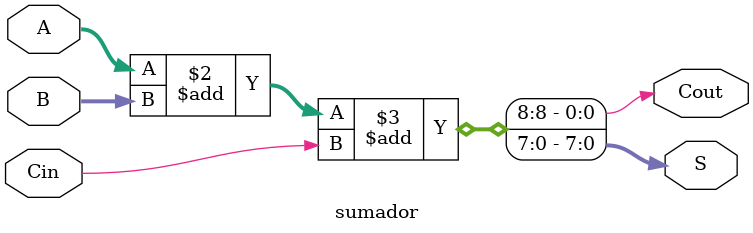
<source format=sv>


`timescale 1ns/1ps

module sumador #(parameter BITS=8)(
  input [BITS-1:0] A, B, 
  input Cin, 
  output reg [BITS-1:0] S, 
  output reg Cout
);
  
  always @ (*) begin
    {Cout,S} = A+B+Cin;
  end
  
endmodule
</source>
